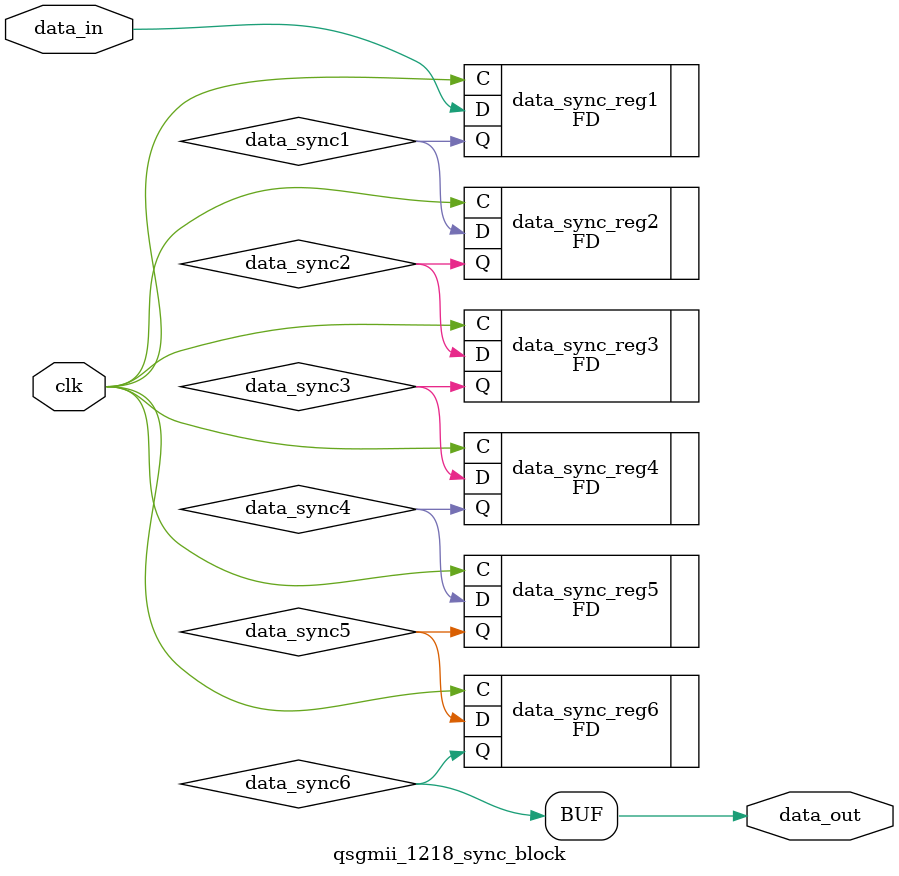
<source format=v>

`timescale 1ps / 1ps

module qsgmii_1218_sync_block #(
  parameter INITIALISE = 2'b00
)
(
  input        clk,              // clock to be sync'ed to
  input        data_in,          // Data to be 'synced'
  output       data_out          // synced data
);

  // Internal Signals
  wire data_sync1;
  wire data_sync2;
  wire data_sync3;
  wire data_sync4;
  wire data_sync5;
  wire data_sync6;


  (* shreg_extract = "no", ASYNC_REG = "TRUE" *)
  FD #(
    .INIT (INITIALISE[0])
  ) data_sync_reg1 (
    .C  (clk),
    .D  (data_in),
    .Q  (data_sync1)
  );


  (* shreg_extract = "no", ASYNC_REG = "TRUE" *)
  FD #(
   .INIT (INITIALISE[1])
  ) data_sync_reg2 (
  .C  (clk),
  .D  (data_sync1),
  .Q  (data_sync2)
  );


  (* shreg_extract = "no", ASYNC_REG = "TRUE" *)
  FD #(
   .INIT (INITIALISE[1])
  ) data_sync_reg3 (
  .C  (clk),
  .D  (data_sync2),
  .Q  (data_sync3)
  );

  (* shreg_extract = "no", ASYNC_REG = "TRUE" *)
  FD #(
   .INIT (INITIALISE[1])
  ) data_sync_reg4 (
  .C  (clk),
  .D  (data_sync3),
  .Q  (data_sync4)
  );

  (* shreg_extract = "no", ASYNC_REG = "TRUE" *)
  FD #(
   .INIT (INITIALISE[1])
  ) data_sync_reg5 (
  .C  (clk),
  .D  (data_sync4),
  .Q  (data_sync5)
  );

  (* shreg_extract = "no", ASYNC_REG = "TRUE" *)
  FD #(
   .INIT (INITIALISE[1])
  ) data_sync_reg6 (
  .C  (clk),
  .D  (data_sync5),
  .Q  (data_sync6)
  );
  assign data_out = data_sync6;


endmodule



</source>
